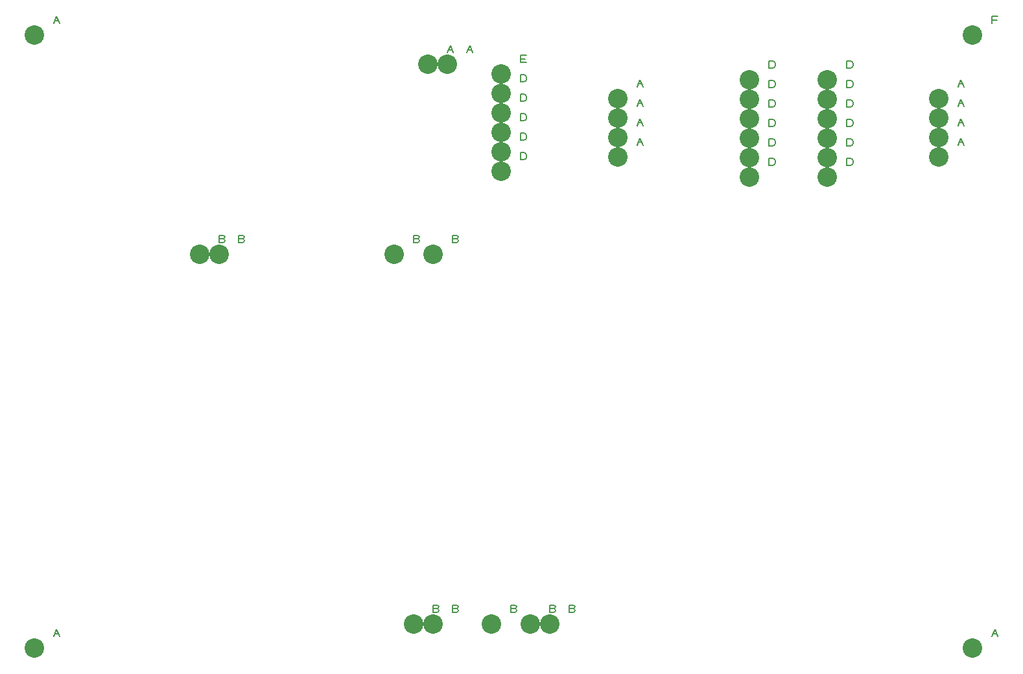
<source format=gbr>
G04 DesignSpark PCB Gerber Version 10.0 Build 5299*
G04 #@! TF.Part,Single*
G04 #@! TF.FileFunction,Drillmap*
G04 #@! TF.FilePolarity,Positive*
%FSLAX35Y35*%
%MOIN*%
%ADD10C,0.00500*%
G04 #@! TA.AperFunction,WasherPad*
%ADD25C,0.10000*%
G04 #@! TD.AperFunction*
X0Y0D02*
D02*
D10*
X35250Y28687D02*
X36813Y32437D01*
X38375Y28687D01*
X35875Y30250D02*
X37750D01*
X35250Y343687D02*
X36813Y347437D01*
X38375Y343687D01*
X35875Y345250D02*
X37750D01*
X122437Y233063D02*
X123063Y232750D01*
X123375Y232125D01*
X123063Y231500D01*
X122437Y231187D01*
X120250D01*
Y234937D01*
X122437D01*
X123063Y234625D01*
X123375Y234000D01*
X123063Y233375D01*
X122437Y233063D01*
X120250D01*
X132437D02*
X133063Y232750D01*
X133375Y232125D01*
X133063Y231500D01*
X132437Y231187D01*
X130250D01*
Y234937D01*
X132437D01*
X133063Y234625D01*
X133375Y234000D01*
X133063Y233375D01*
X132437Y233063D01*
X130250D01*
X222437D02*
X223063Y232750D01*
X223375Y232125D01*
X223063Y231500D01*
X222437Y231187D01*
X220250D01*
Y234937D01*
X222437D01*
X223063Y234625D01*
X223375Y234000D01*
X223063Y233375D01*
X222437Y233063D01*
X220250D01*
X232437Y43063D02*
X233063Y42750D01*
X233375Y42125D01*
X233063Y41500D01*
X232437Y41187D01*
X230250D01*
Y44937D01*
X232437D01*
X233063Y44625D01*
X233375Y44000D01*
X233063Y43375D01*
X232437Y43063D01*
X230250D01*
X237750Y328687D02*
X239313Y332437D01*
X240875Y328687D01*
X238375Y330250D02*
X240250D01*
X242437Y43063D02*
X243063Y42750D01*
X243375Y42125D01*
X243063Y41500D01*
X242437Y41187D01*
X240250D01*
Y44937D01*
X242437D01*
X243063Y44625D01*
X243375Y44000D01*
X243063Y43375D01*
X242437Y43063D01*
X240250D01*
X242437Y233063D02*
X243063Y232750D01*
X243375Y232125D01*
X243063Y231500D01*
X242437Y231187D01*
X240250D01*
Y234937D01*
X242437D01*
X243063Y234625D01*
X243375Y234000D01*
X243063Y233375D01*
X242437Y233063D01*
X240250D01*
X247750Y328687D02*
X249313Y332437D01*
X250875Y328687D01*
X248375Y330250D02*
X250250D01*
X272437Y43063D02*
X273063Y42750D01*
X273375Y42125D01*
X273063Y41500D01*
X272437Y41187D01*
X270250D01*
Y44937D01*
X272437D01*
X273063Y44625D01*
X273375Y44000D01*
X273063Y43375D01*
X272437Y43063D01*
X270250D01*
X275250Y273687D02*
Y277437D01*
X277125D01*
X277750Y277125D01*
X278063Y276813D01*
X278375Y276187D01*
Y274937D01*
X278063Y274313D01*
X277750Y274000D01*
X277125Y273687D01*
X275250D01*
Y283687D02*
Y287437D01*
X277125D01*
X277750Y287125D01*
X278063Y286813D01*
X278375Y286187D01*
Y284937D01*
X278063Y284313D01*
X277750Y284000D01*
X277125Y283687D01*
X275250D01*
Y293687D02*
Y297437D01*
X277125D01*
X277750Y297125D01*
X278063Y296813D01*
X278375Y296187D01*
Y294937D01*
X278063Y294313D01*
X277750Y294000D01*
X277125Y293687D01*
X275250D01*
Y303687D02*
Y307437D01*
X277125D01*
X277750Y307125D01*
X278063Y306813D01*
X278375Y306187D01*
Y304937D01*
X278063Y304313D01*
X277750Y304000D01*
X277125Y303687D01*
X275250D01*
Y313687D02*
Y317437D01*
X277125D01*
X277750Y317125D01*
X278063Y316813D01*
X278375Y316187D01*
Y314937D01*
X278063Y314313D01*
X277750Y314000D01*
X277125Y313687D01*
X275250D01*
Y323687D02*
Y327437D01*
X278375D01*
X277750Y325563D02*
X275250D01*
Y323687D02*
X278375D01*
X292437Y43063D02*
X293063Y42750D01*
X293375Y42125D01*
X293063Y41500D01*
X292437Y41187D01*
X290250D01*
Y44937D01*
X292437D01*
X293063Y44625D01*
X293375Y44000D01*
X293063Y43375D01*
X292437Y43063D01*
X290250D01*
X302437D02*
X303063Y42750D01*
X303375Y42125D01*
X303063Y41500D01*
X302437Y41187D01*
X300250D01*
Y44937D01*
X302437D01*
X303063Y44625D01*
X303375Y44000D01*
X303063Y43375D01*
X302437Y43063D01*
X300250D01*
X335250Y281187D02*
X336813Y284937D01*
X338375Y281187D01*
X335875Y282750D02*
X337750D01*
X335250Y291187D02*
X336813Y294937D01*
X338375Y291187D01*
X335875Y292750D02*
X337750D01*
X335250Y301187D02*
X336813Y304937D01*
X338375Y301187D01*
X335875Y302750D02*
X337750D01*
X335250Y311187D02*
X336813Y314937D01*
X338375Y311187D01*
X335875Y312750D02*
X337750D01*
X403124Y270813D02*
Y274563D01*
X404999D01*
X405624Y274251D01*
X405937Y273939D01*
X406249Y273313D01*
Y272063D01*
X405937Y271439D01*
X405624Y271126D01*
X404999Y270813D01*
X403124D01*
Y280813D02*
Y284563D01*
X404999D01*
X405624Y284251D01*
X405937Y283939D01*
X406249Y283313D01*
Y282063D01*
X405937Y281439D01*
X405624Y281126D01*
X404999Y280813D01*
X403124D01*
Y290813D02*
Y294563D01*
X404999D01*
X405624Y294251D01*
X405937Y293939D01*
X406249Y293313D01*
Y292063D01*
X405937Y291439D01*
X405624Y291126D01*
X404999Y290813D01*
X403124D01*
Y300813D02*
Y304563D01*
X404999D01*
X405624Y304251D01*
X405937Y303939D01*
X406249Y303313D01*
Y302063D01*
X405937Y301439D01*
X405624Y301126D01*
X404999Y300813D01*
X403124D01*
Y310813D02*
Y314563D01*
X404999D01*
X405624Y314251D01*
X405937Y313939D01*
X406249Y313313D01*
Y312063D01*
X405937Y311439D01*
X405624Y311126D01*
X404999Y310813D01*
X403124D01*
Y320813D02*
Y324563D01*
X404999D01*
X405624Y324251D01*
X405937Y323939D01*
X406249Y323313D01*
Y322063D01*
X405937Y321439D01*
X405624Y321126D01*
X404999Y320813D01*
X403124D01*
X443124Y270813D02*
Y274563D01*
X444999D01*
X445624Y274251D01*
X445937Y273939D01*
X446249Y273313D01*
Y272063D01*
X445937Y271439D01*
X445624Y271126D01*
X444999Y270813D01*
X443124D01*
Y280813D02*
Y284563D01*
X444999D01*
X445624Y284251D01*
X445937Y283939D01*
X446249Y283313D01*
Y282063D01*
X445937Y281439D01*
X445624Y281126D01*
X444999Y280813D01*
X443124D01*
Y290813D02*
Y294563D01*
X444999D01*
X445624Y294251D01*
X445937Y293939D01*
X446249Y293313D01*
Y292063D01*
X445937Y291439D01*
X445624Y291126D01*
X444999Y290813D01*
X443124D01*
Y300813D02*
Y304563D01*
X444999D01*
X445624Y304251D01*
X445937Y303939D01*
X446249Y303313D01*
Y302063D01*
X445937Y301439D01*
X445624Y301126D01*
X444999Y300813D01*
X443124D01*
Y310813D02*
Y314563D01*
X444999D01*
X445624Y314251D01*
X445937Y313939D01*
X446249Y313313D01*
Y312063D01*
X445937Y311439D01*
X445624Y311126D01*
X444999Y310813D01*
X443124D01*
Y320813D02*
Y324563D01*
X444999D01*
X445624Y324251D01*
X445937Y323939D01*
X446249Y323313D01*
Y322063D01*
X445937Y321439D01*
X445624Y321126D01*
X444999Y320813D01*
X443124D01*
X500250Y281187D02*
X501813Y284937D01*
X503375Y281187D01*
X500875Y282750D02*
X502750D01*
X500250Y291187D02*
X501813Y294937D01*
X503375Y291187D01*
X500875Y292750D02*
X502750D01*
X500250Y301187D02*
X501813Y304937D01*
X503375Y301187D01*
X500875Y302750D02*
X502750D01*
X500250Y311187D02*
X501813Y314937D01*
X503375Y311187D01*
X500875Y312750D02*
X502750D01*
X517750Y28687D02*
X519313Y32437D01*
X520875Y28687D01*
X518375Y30250D02*
X520250D01*
X517750Y343687D02*
Y347437D01*
X520875D01*
X520250Y345563D02*
X517750D01*
D02*
D25*
X25250Y22750D03*
Y337750D03*
X110250Y225250D03*
X120250D03*
X210250D03*
X220250Y35250D03*
X227750Y322750D03*
X230250Y35250D03*
Y225250D03*
X237750Y322750D03*
X260250Y35250D03*
X265250Y267750D03*
Y277750D03*
Y287750D03*
Y297750D03*
Y307750D03*
Y317750D03*
X280250Y35250D03*
X290250D03*
X325250Y275250D03*
Y285250D03*
Y295250D03*
Y305250D03*
X393124Y264876D03*
Y274876D03*
Y284876D03*
Y294876D03*
Y304876D03*
Y314876D03*
X433124Y264876D03*
Y274876D03*
Y284876D03*
Y294876D03*
Y304876D03*
Y314876D03*
X490250Y275250D03*
Y285250D03*
Y295250D03*
Y305250D03*
X507750Y22750D03*
Y337750D03*
X0Y0D02*
M02*

</source>
